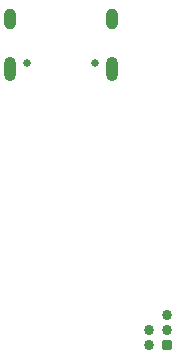
<source format=gbs>
%TF.GenerationSoftware,KiCad,Pcbnew,9.0.6-9.0.6~ubuntu22.04.1*%
%TF.CreationDate,2026-01-23T17:01:36+00:00*%
%TF.ProjectId,rp2040_pico,72703230-3430-45f7-9069-636f2e6b6963,rev?*%
%TF.SameCoordinates,Original*%
%TF.FileFunction,Soldermask,Bot*%
%TF.FilePolarity,Negative*%
%FSLAX45Y45*%
G04 Gerber Fmt 4.5, Leading zero omitted, Abs format (unit mm)*
G04 Created by KiCad (PCBNEW 9.0.6-9.0.6~ubuntu22.04.1) date 2026-01-23 17:01:36*
%MOMM*%
%LPD*%
G01*
G04 APERTURE LIST*
G04 Aperture macros list*
%AMRoundRect*
0 Rectangle with rounded corners*
0 $1 Rounding radius*
0 $2 $3 $4 $5 $6 $7 $8 $9 X,Y pos of 4 corners*
0 Add a 4 corners polygon primitive as box body*
4,1,4,$2,$3,$4,$5,$6,$7,$8,$9,$2,$3,0*
0 Add four circle primitives for the rounded corners*
1,1,$1+$1,$2,$3*
1,1,$1+$1,$4,$5*
1,1,$1+$1,$6,$7*
1,1,$1+$1,$8,$9*
0 Add four rect primitives between the rounded corners*
20,1,$1+$1,$2,$3,$4,$5,0*
20,1,$1+$1,$4,$5,$6,$7,0*
20,1,$1+$1,$6,$7,$8,$9,0*
20,1,$1+$1,$8,$9,$2,$3,0*%
G04 Aperture macros list end*
%ADD10C,0.650000*%
%ADD11O,1.000000X2.100000*%
%ADD12O,1.000000X1.800000*%
%ADD13RoundRect,0.172720X-0.259080X0.259080X-0.259080X-0.259080X0.259080X-0.259080X0.259080X0.259080X0*%
%ADD14C,0.863600*%
G04 APERTURE END LIST*
D10*
%TO.C,J1*%
X289000Y1064500D03*
X-289000Y1064500D03*
D11*
X432000Y1014500D03*
D12*
X432000Y1432500D03*
D11*
X-432000Y1014500D03*
D12*
X-432000Y1432500D03*
%TD*%
D13*
%TO.C,J2*%
X900000Y-1329000D03*
D14*
X742520Y-1329000D03*
X900000Y-1202000D03*
X742520Y-1202000D03*
X900000Y-1075000D03*
%TD*%
M02*

</source>
